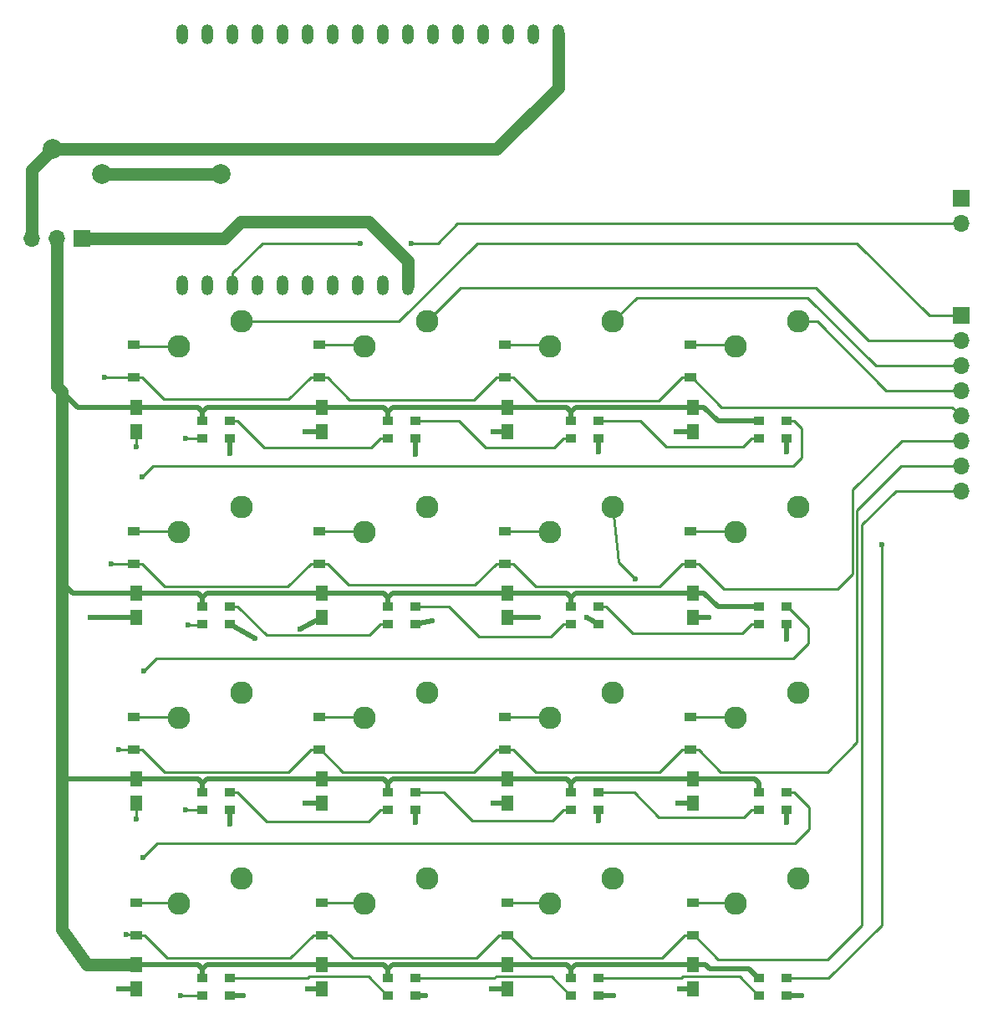
<source format=gtl>
G04 #@! TF.GenerationSoftware,KiCad,Pcbnew,(2017-12-24 revision 570866557)-makepkg*
G04 #@! TF.CreationDate,2017-12-27T22:40:15-07:00*
G04 #@! TF.ProjectId,KeyGridTest1,4B65794772696454657374312E6B6963,rev?*
G04 #@! TF.SameCoordinates,Original*
G04 #@! TF.FileFunction,Copper,L1,Top,Signal*
G04 #@! TF.FilePolarity,Positive*
%FSLAX46Y46*%
G04 Gerber Fmt 4.6, Leading zero omitted, Abs format (unit mm)*
G04 Created by KiCad (PCBNEW (2017-12-24 revision 570866557)-makepkg) date 12/27/17 22:40:15*
%MOMM*%
%LPD*%
G01*
G04 APERTURE LIST*
%ADD10O,1.200000X2.000000*%
%ADD11C,2.286000*%
%ADD12R,1.000000X0.850000*%
%ADD13R,1.250000X1.500000*%
%ADD14R,1.200000X0.900000*%
%ADD15R,1.700000X1.700000*%
%ADD16O,1.700000X1.700000*%
%ADD17C,1.998980*%
%ADD18C,2.000000*%
%ADD19C,0.600000*%
%ADD20C,1.270000*%
%ADD21C,0.508000*%
%ADD22C,0.254000*%
%ADD23C,0.250000*%
G04 APERTURE END LIST*
D10*
X114655600Y-45364400D03*
X114655600Y-70764400D03*
X117195600Y-45364400D03*
X117195600Y-70764400D03*
X119735600Y-45364400D03*
X119735600Y-70764400D03*
X122275600Y-45364400D03*
X122275600Y-70764400D03*
X124815600Y-45364400D03*
X124815600Y-70764400D03*
X127355600Y-45364400D03*
X127355600Y-70764400D03*
X129895600Y-45364400D03*
X129895600Y-70764400D03*
X132435600Y-45364400D03*
X132435600Y-70764400D03*
X134975600Y-45364400D03*
X134975600Y-70764400D03*
X137515600Y-45364400D03*
X137515600Y-70764400D03*
X140055600Y-45364400D03*
X142595600Y-45364400D03*
X145135600Y-45364400D03*
X147675600Y-45364400D03*
X150215600Y-45364400D03*
X152755600Y-45364400D03*
D11*
X158216600Y-130835400D03*
X151866600Y-133375400D03*
X177012600Y-130835400D03*
X170662600Y-133375400D03*
X120624600Y-130835400D03*
X114274600Y-133375400D03*
X139420600Y-130835400D03*
X133070600Y-133375400D03*
X158216600Y-93243400D03*
X151866600Y-95783400D03*
X158216600Y-112039400D03*
X151866600Y-114579400D03*
X177012600Y-112039400D03*
X170662600Y-114579400D03*
X177012600Y-93243400D03*
X170662600Y-95783400D03*
X139420600Y-112039400D03*
X133070600Y-114579400D03*
X139420600Y-93243400D03*
X133070600Y-95783400D03*
X120624600Y-93243400D03*
X114274600Y-95783400D03*
X120624600Y-112039400D03*
X114274600Y-114579400D03*
X120624600Y-74447400D03*
X114274600Y-76987400D03*
X139420600Y-74447400D03*
X133070600Y-76987400D03*
X158216600Y-74447400D03*
X151866600Y-76987400D03*
X177012600Y-74447400D03*
X170662600Y-76987400D03*
D12*
X156822600Y-140882400D03*
X156822600Y-142632400D03*
X154022600Y-142632400D03*
X154022600Y-140882400D03*
D13*
X147548600Y-139491400D03*
X147548600Y-141991400D03*
X166344600Y-139491400D03*
X166344600Y-141991400D03*
D14*
X147548600Y-136549400D03*
X147548600Y-133249400D03*
X166344600Y-136549400D03*
X166344600Y-133249400D03*
D12*
X175872600Y-140882400D03*
X175872600Y-142632400D03*
X173072600Y-142632400D03*
X173072600Y-140882400D03*
D13*
X128752600Y-139491400D03*
X128752600Y-141991400D03*
D14*
X109956600Y-136549400D03*
X109956600Y-133249400D03*
D13*
X109956600Y-139491400D03*
X109956600Y-141991400D03*
D12*
X119484600Y-140882400D03*
X119484600Y-142632400D03*
X116684600Y-142632400D03*
X116684600Y-140882400D03*
D14*
X128752600Y-136549400D03*
X128752600Y-133249400D03*
D12*
X138280600Y-140882400D03*
X138280600Y-142632400D03*
X135480600Y-142632400D03*
X135480600Y-140882400D03*
D14*
X166090600Y-117753400D03*
X166090600Y-114453400D03*
D12*
X156822600Y-103290400D03*
X156822600Y-105040400D03*
X154022600Y-105040400D03*
X154022600Y-103290400D03*
D14*
X147294600Y-117753400D03*
X147294600Y-114453400D03*
X147294600Y-98957400D03*
X147294600Y-95657400D03*
D12*
X156822600Y-122086400D03*
X156822600Y-123836400D03*
X154022600Y-123836400D03*
X154022600Y-122086400D03*
X175872600Y-103290400D03*
X175872600Y-105040400D03*
X173072600Y-105040400D03*
X173072600Y-103290400D03*
D14*
X166090600Y-98957400D03*
X166090600Y-95657400D03*
D12*
X175872600Y-122086400D03*
X175872600Y-123836400D03*
X173072600Y-123836400D03*
X173072600Y-122086400D03*
X119484600Y-122086400D03*
X119484600Y-123836400D03*
X116684600Y-123836400D03*
X116684600Y-122086400D03*
D13*
X128752600Y-120695400D03*
X128752600Y-123195400D03*
D14*
X128498600Y-117753400D03*
X128498600Y-114453400D03*
D12*
X138280600Y-122086400D03*
X138280600Y-123836400D03*
X135480600Y-123836400D03*
X135480600Y-122086400D03*
X119484600Y-103290400D03*
X119484600Y-105040400D03*
X116684600Y-105040400D03*
X116684600Y-103290400D03*
D14*
X128498600Y-98957400D03*
X128498600Y-95657400D03*
D13*
X128752600Y-101899400D03*
X128752600Y-104399400D03*
D12*
X138280600Y-103290400D03*
X138280600Y-105040400D03*
X135480600Y-105040400D03*
X135480600Y-103290400D03*
D13*
X147548600Y-101899400D03*
X147548600Y-104399400D03*
X166344600Y-101899400D03*
X166344600Y-104399400D03*
X166344600Y-120695400D03*
X166344600Y-123195400D03*
X147548600Y-120695400D03*
X147548600Y-123195400D03*
D14*
X109702600Y-98957400D03*
X109702600Y-95657400D03*
X109702600Y-117753400D03*
X109702600Y-114453400D03*
D13*
X109956600Y-101899400D03*
X109956600Y-104399400D03*
X109956600Y-120695400D03*
X109956600Y-123195400D03*
X109956600Y-83103400D03*
X109956600Y-85603400D03*
X128752600Y-83103400D03*
X128752600Y-85603400D03*
X147548600Y-83103400D03*
X147548600Y-85603400D03*
X166344600Y-83103400D03*
X166344600Y-85603400D03*
D14*
X109702600Y-80098199D03*
X109702600Y-76798199D03*
X128498600Y-80098199D03*
X128498600Y-76798199D03*
X147294600Y-80098199D03*
X147294600Y-76798199D03*
X166090600Y-80098199D03*
X166090600Y-76798199D03*
D15*
X104500000Y-66000000D03*
D16*
X101960000Y-66000000D03*
X99420000Y-66000000D03*
D12*
X119484600Y-84494400D03*
X119484600Y-86244400D03*
X116684600Y-86244400D03*
X116684600Y-84494400D03*
X138280600Y-84494400D03*
X138280600Y-86244400D03*
X135480600Y-86244400D03*
X135480600Y-84494400D03*
X156822600Y-84494400D03*
X156822600Y-86244400D03*
X154022600Y-86244400D03*
X154022600Y-84494400D03*
X175872600Y-84494400D03*
X175872600Y-86244400D03*
X173072600Y-86244400D03*
X173072600Y-84494400D03*
D17*
X118500000Y-59500000D03*
D16*
X193500000Y-91580000D03*
X193500000Y-89040000D03*
X193500000Y-86500000D03*
X193500000Y-83960000D03*
X193500000Y-81420000D03*
X193500000Y-78880000D03*
X193500000Y-76340000D03*
D15*
X193500000Y-73800000D03*
D16*
X193500000Y-64540000D03*
D15*
X193500000Y-62000000D03*
D18*
X101500000Y-57000000D03*
X106500000Y-59500000D03*
D19*
X150700000Y-104400000D03*
X139950000Y-104700000D03*
X126550000Y-105550000D03*
X122000000Y-106500000D03*
X105300000Y-104400000D03*
X167950000Y-104400000D03*
X155600000Y-104350000D03*
X109956600Y-124815600D03*
X109956600Y-87147400D03*
X177342800Y-142621000D03*
X165023800Y-141986000D03*
X158318200Y-142621000D03*
X145999200Y-141986000D03*
X139288600Y-142632400D03*
X127304800Y-141986000D03*
X120802400Y-142621000D03*
X108209400Y-141991400D03*
X119481600Y-125272800D03*
X127076200Y-123190000D03*
X138277600Y-125120400D03*
X146100800Y-123190000D03*
X156819600Y-124942600D03*
X164846000Y-123190000D03*
X175869600Y-125095000D03*
X175869600Y-106553000D03*
X175869600Y-87655400D03*
X164642800Y-85598000D03*
X156819600Y-87604600D03*
X146100800Y-85598000D03*
X138277600Y-87833200D03*
X127101600Y-85598000D03*
X119481600Y-87757000D03*
X106730800Y-80060800D03*
X107442000Y-98983800D03*
X108204000Y-117754400D03*
X108940600Y-136499600D03*
X137800000Y-66500000D03*
X132700000Y-66500000D03*
X115011200Y-86258400D03*
X115265200Y-105105200D03*
X110566200Y-90144600D03*
X115011200Y-123875800D03*
X110769400Y-109804200D03*
X114503200Y-142621000D03*
X110667800Y-128651000D03*
X185500000Y-97000000D03*
X160500000Y-100450000D03*
D20*
X101960000Y-66000000D02*
X101960000Y-81030400D01*
X101960000Y-81030400D02*
X102463600Y-81534000D01*
D21*
X167592600Y-139491400D02*
X168050600Y-139949400D01*
X166344600Y-139491400D02*
X167592600Y-139491400D01*
X168050600Y-139949400D02*
X172064600Y-139949400D01*
X172064600Y-139949400D02*
X172997600Y-140882400D01*
X172997600Y-140882400D02*
X173072600Y-140882400D01*
D20*
X102463600Y-120500000D02*
X102463600Y-136000000D01*
X102463600Y-100787200D02*
X102463600Y-120500000D01*
D21*
X109956600Y-120695400D02*
X102659000Y-120695400D01*
X102659000Y-120695400D02*
X102463600Y-120500000D01*
X168868600Y-103290400D02*
X172064600Y-103290400D01*
X172064600Y-103290400D02*
X173072600Y-103290400D01*
X167477600Y-101899400D02*
X168868600Y-103290400D01*
X166344600Y-101899400D02*
X167477600Y-101899400D01*
X168868600Y-84494400D02*
X172064600Y-84494400D01*
X166344600Y-83103400D02*
X167477600Y-83103400D01*
X167477600Y-83103400D02*
X168868600Y-84494400D01*
X172064600Y-84494400D02*
X173072600Y-84494400D01*
D20*
X105000000Y-139500000D02*
X109956600Y-139491400D01*
X102463600Y-136000000D02*
X105000000Y-139500000D01*
D21*
X154022600Y-84494400D02*
X154022600Y-83561400D01*
X165211600Y-83103400D02*
X166344600Y-83103400D01*
X154022600Y-83561400D02*
X154480600Y-83103400D01*
X154480600Y-83103400D02*
X165211600Y-83103400D01*
X147548600Y-83103400D02*
X153564600Y-83103400D01*
X153564600Y-83103400D02*
X154022600Y-83561400D01*
X135480600Y-84494400D02*
X135480600Y-83561400D01*
X135480600Y-83561400D02*
X135938600Y-83103400D01*
X135938600Y-83103400D02*
X146415600Y-83103400D01*
X146415600Y-83103400D02*
X147548600Y-83103400D01*
X128752600Y-83103400D02*
X135022600Y-83103400D01*
X135022600Y-83103400D02*
X135480600Y-83561400D01*
X116684600Y-84494400D02*
X116684600Y-83561400D01*
X116684600Y-83561400D02*
X117142600Y-83103400D01*
X117142600Y-83103400D02*
X127619600Y-83103400D01*
X127619600Y-83103400D02*
X128752600Y-83103400D01*
X109956600Y-83103400D02*
X116226600Y-83103400D01*
X116226600Y-83103400D02*
X116684600Y-83561400D01*
D20*
X102463600Y-81534000D02*
X102463600Y-100787200D01*
D21*
X102463600Y-81534000D02*
X104033000Y-83103400D01*
X104033000Y-83103400D02*
X109956600Y-83103400D01*
X154022600Y-103290400D02*
X154022600Y-102357400D01*
X154022600Y-102357400D02*
X154480600Y-101899400D01*
X154480600Y-101899400D02*
X165211600Y-101899400D01*
X165211600Y-101899400D02*
X166344600Y-101899400D01*
X147548600Y-101899400D02*
X153564600Y-101899400D01*
X153564600Y-101899400D02*
X154022600Y-102357400D01*
X135480600Y-103290400D02*
X135480600Y-102357400D01*
X135480600Y-102357400D02*
X135938600Y-101899400D01*
X135938600Y-101899400D02*
X146415600Y-101899400D01*
X146415600Y-101899400D02*
X147548600Y-101899400D01*
X128752600Y-101899400D02*
X135022600Y-101899400D01*
X135022600Y-101899400D02*
X135480600Y-102357400D01*
X116684600Y-103290400D02*
X116684600Y-102357400D01*
X116684600Y-102357400D02*
X117142600Y-101899400D01*
X117142600Y-101899400D02*
X127619600Y-101899400D01*
X127619600Y-101899400D02*
X128752600Y-101899400D01*
X109956600Y-101899400D02*
X116226600Y-101899400D01*
X116226600Y-101899400D02*
X116684600Y-102357400D01*
X102463600Y-100787200D02*
X103575800Y-101899400D01*
X103575800Y-101899400D02*
X109956600Y-101899400D01*
X166344600Y-120695400D02*
X172614600Y-120695400D01*
X172614600Y-120695400D02*
X173072600Y-121153400D01*
X173072600Y-121153400D02*
X173072600Y-122086400D01*
X154022600Y-122086400D02*
X154022600Y-121153400D01*
X154022600Y-121153400D02*
X154480600Y-120695400D01*
X154480600Y-120695400D02*
X165211600Y-120695400D01*
X165211600Y-120695400D02*
X166344600Y-120695400D01*
X147548600Y-120695400D02*
X153564600Y-120695400D01*
X153564600Y-120695400D02*
X154022600Y-121153400D01*
X135480600Y-122086400D02*
X135480600Y-121153400D01*
X135480600Y-121153400D02*
X135938600Y-120695400D01*
X135938600Y-120695400D02*
X146415600Y-120695400D01*
X146415600Y-120695400D02*
X147548600Y-120695400D01*
X128752600Y-120695400D02*
X135022600Y-120695400D01*
X135022600Y-120695400D02*
X135480600Y-121153400D01*
X116684600Y-122086400D02*
X116684600Y-121153400D01*
X116684600Y-121153400D02*
X117142600Y-120695400D01*
X117142600Y-120695400D02*
X127619600Y-120695400D01*
X127619600Y-120695400D02*
X128752600Y-120695400D01*
X109956600Y-120695400D02*
X116226600Y-120695400D01*
X116226600Y-120695400D02*
X116684600Y-121153400D01*
X154022600Y-140882400D02*
X154022600Y-139949400D01*
X154022600Y-139949400D02*
X154480600Y-139491400D01*
X154480600Y-139491400D02*
X165211600Y-139491400D01*
X165211600Y-139491400D02*
X166344600Y-139491400D01*
X147548600Y-139491400D02*
X153564600Y-139491400D01*
X153564600Y-139491400D02*
X154022600Y-139949400D01*
X135480600Y-140882400D02*
X135480600Y-139949400D01*
X135480600Y-139949400D02*
X135938600Y-139491400D01*
X146415600Y-139491400D02*
X147548600Y-139491400D01*
X135938600Y-139491400D02*
X146415600Y-139491400D01*
X128752600Y-139491400D02*
X135022600Y-139491400D01*
X135022600Y-139491400D02*
X135480600Y-139949400D01*
X116684600Y-140882400D02*
X116684600Y-139949400D01*
X116684600Y-139949400D02*
X117142600Y-139491400D01*
X117142600Y-139491400D02*
X127619600Y-139491400D01*
X127619600Y-139491400D02*
X128752600Y-139491400D01*
X109956600Y-139491400D02*
X116226600Y-139491400D01*
X116226600Y-139491400D02*
X116684600Y-139949400D01*
D20*
X106500000Y-59500000D02*
X118500000Y-59500000D01*
D21*
X147548600Y-104399400D02*
X150700000Y-104400000D01*
X138280600Y-105040400D02*
X139950000Y-104700000D01*
X128752600Y-104399400D02*
X126550000Y-105550000D01*
X119484600Y-105040400D02*
X122000000Y-106500000D01*
X109956600Y-104399400D02*
X105300000Y-104400000D01*
X166344600Y-104399400D02*
X167950000Y-104400000D01*
X156822600Y-105040400D02*
X155600000Y-104350000D01*
D22*
X109956600Y-123195400D02*
X109956600Y-124815600D01*
X109956600Y-85603400D02*
X109956600Y-87147400D01*
D21*
X175872600Y-142632400D02*
X177331400Y-142632400D01*
X177331400Y-142632400D02*
X177342800Y-142621000D01*
X166344600Y-141991400D02*
X165029200Y-141991400D01*
X165029200Y-141991400D02*
X165023800Y-141986000D01*
X156822600Y-142632400D02*
X158306800Y-142632400D01*
X158306800Y-142632400D02*
X158318200Y-142621000D01*
X147548600Y-141991400D02*
X146004600Y-141991400D01*
X146004600Y-141991400D02*
X145999200Y-141986000D01*
X139300000Y-142621000D02*
X139288600Y-142632400D01*
X138280600Y-142632400D02*
X139288600Y-142632400D01*
X127614200Y-141986000D02*
X127304800Y-141986000D01*
X128752600Y-141991400D02*
X127619600Y-141991400D01*
X127619600Y-141991400D02*
X127614200Y-141986000D01*
X120504000Y-142621000D02*
X120802400Y-142621000D01*
X119484600Y-142632400D02*
X120492600Y-142632400D01*
X120492600Y-142632400D02*
X120504000Y-142621000D01*
X109956600Y-141991400D02*
X108209400Y-141991400D01*
X119484600Y-123836400D02*
X119484600Y-125269800D01*
X119484600Y-125269800D02*
X119481600Y-125272800D01*
X128752600Y-123195400D02*
X127081600Y-123195400D01*
X127081600Y-123195400D02*
X127076200Y-123190000D01*
X138277600Y-124772400D02*
X138277600Y-125120400D01*
X138280600Y-123836400D02*
X138280600Y-124769400D01*
X138280600Y-124769400D02*
X138277600Y-124772400D01*
X147548600Y-123195400D02*
X146106200Y-123195400D01*
X146106200Y-123195400D02*
X146100800Y-123190000D01*
X156822600Y-123836400D02*
X156822600Y-124939600D01*
X156822600Y-124939600D02*
X156819600Y-124942600D01*
X165206200Y-123190000D02*
X164846000Y-123190000D01*
X166344600Y-123195400D02*
X165211600Y-123195400D01*
X165211600Y-123195400D02*
X165206200Y-123190000D01*
X175872600Y-123836400D02*
X175872600Y-125092000D01*
X175872600Y-125092000D02*
X175869600Y-125095000D01*
X175872600Y-105040400D02*
X175872600Y-106550000D01*
X175872600Y-106550000D02*
X175869600Y-106553000D01*
X175869600Y-87180400D02*
X175869600Y-87655400D01*
X175872600Y-86244400D02*
X175872600Y-87177400D01*
X175872600Y-87177400D02*
X175869600Y-87180400D01*
X166344600Y-85603400D02*
X164648200Y-85603400D01*
X164648200Y-85603400D02*
X164642800Y-85598000D01*
X156822600Y-86244400D02*
X156822600Y-87601600D01*
X156822600Y-87601600D02*
X156819600Y-87604600D01*
X147548600Y-85603400D02*
X146106200Y-85603400D01*
X146106200Y-85603400D02*
X146100800Y-85598000D01*
X138280600Y-86244400D02*
X138280600Y-87830200D01*
X138280600Y-87830200D02*
X138277600Y-87833200D01*
X128752600Y-85603400D02*
X127107000Y-85603400D01*
X127107000Y-85603400D02*
X127101600Y-85598000D01*
X119484600Y-86244400D02*
X119484600Y-87754000D01*
X119484600Y-87754000D02*
X119481600Y-87757000D01*
D22*
X166240600Y-80098199D02*
X169252402Y-83110001D01*
X166090600Y-80098199D02*
X166240600Y-80098199D01*
X169252402Y-83110001D02*
X192650001Y-83110001D01*
X192650001Y-83110001D02*
X193500000Y-83960000D01*
X106730800Y-80060800D02*
X109665201Y-80060800D01*
X109665201Y-80060800D02*
X109702600Y-80098199D01*
X150498801Y-82448400D02*
X162886399Y-82448400D01*
X162886399Y-82448400D02*
X165236600Y-80098199D01*
X165236600Y-80098199D02*
X166090600Y-80098199D01*
X147294600Y-80098199D02*
X148148600Y-80098199D01*
X148148600Y-80098199D02*
X150498801Y-82448400D01*
X131601201Y-82346800D02*
X144191999Y-82346800D01*
X144191999Y-82346800D02*
X146440600Y-80098199D01*
X146440600Y-80098199D02*
X147294600Y-80098199D01*
X128498600Y-80098199D02*
X129352600Y-80098199D01*
X129352600Y-80098199D02*
X131601201Y-82346800D01*
X112779801Y-82321400D02*
X125421399Y-82321400D01*
X125421399Y-82321400D02*
X127644600Y-80098199D01*
X127644600Y-80098199D02*
X128498600Y-80098199D01*
X109702600Y-80098199D02*
X110556600Y-80098199D01*
X110556600Y-80098199D02*
X112779801Y-82321400D01*
D23*
X128498600Y-80098199D02*
X128648600Y-80098199D01*
X109702600Y-80098199D02*
X109852600Y-80098199D01*
X114274600Y-76987400D02*
X109891801Y-76987400D01*
X109891801Y-76987400D02*
X109702600Y-76798199D01*
D22*
X182545989Y-91454011D02*
X187500000Y-86500000D01*
X166090600Y-98957400D02*
X166944600Y-98957400D01*
X166944600Y-98957400D02*
X169487200Y-101500000D01*
X169487200Y-101500000D02*
X181000000Y-101500000D01*
X181000000Y-101500000D02*
X182545989Y-99954011D01*
X192297919Y-86500000D02*
X193500000Y-86500000D01*
X187500000Y-86500000D02*
X192297919Y-86500000D01*
X182545989Y-99954011D02*
X182545989Y-91454011D01*
X107442000Y-98983800D02*
X109676200Y-98983800D01*
X109676200Y-98983800D02*
X109702600Y-98957400D01*
X150435600Y-101244400D02*
X162949600Y-101244400D01*
X162949600Y-101244400D02*
X165236600Y-98957400D01*
X165236600Y-98957400D02*
X166090600Y-98957400D01*
X147294600Y-98957400D02*
X148148600Y-98957400D01*
X148148600Y-98957400D02*
X150435600Y-101244400D01*
X131487200Y-101092000D02*
X144306000Y-101092000D01*
X144306000Y-101092000D02*
X146440600Y-98957400D01*
X146440600Y-98957400D02*
X147294600Y-98957400D01*
X128498600Y-98957400D02*
X129352600Y-98957400D01*
X129352600Y-98957400D02*
X131487200Y-101092000D01*
X112869000Y-101269800D02*
X125332200Y-101269800D01*
X125332200Y-101269800D02*
X127644600Y-98957400D01*
X127644600Y-98957400D02*
X128498600Y-98957400D01*
X109702600Y-98957400D02*
X110556600Y-98957400D01*
X110556600Y-98957400D02*
X112869000Y-101269800D01*
D23*
X109702600Y-95657400D02*
X114148600Y-95657400D01*
X114148600Y-95657400D02*
X114274600Y-95783400D01*
D22*
X169191200Y-120000000D02*
X166944600Y-117753400D01*
X180000000Y-120000000D02*
X169191200Y-120000000D01*
X183000000Y-117000000D02*
X180000000Y-120000000D01*
X183000000Y-93500000D02*
X183000000Y-117000000D01*
X193500000Y-89040000D02*
X187460000Y-89040000D01*
X187460000Y-89040000D02*
X183000000Y-93500000D01*
X166944600Y-117753400D02*
X166090600Y-117753400D01*
X108204000Y-117754400D02*
X109701600Y-117754400D01*
X109701600Y-117754400D02*
X109702600Y-117753400D01*
X150410200Y-120015000D02*
X162975000Y-120015000D01*
X162975000Y-120015000D02*
X165236600Y-117753400D01*
X165236600Y-117753400D02*
X166090600Y-117753400D01*
X147294600Y-117753400D02*
X148148600Y-117753400D01*
X148148600Y-117753400D02*
X150410200Y-120015000D01*
X130910200Y-120015000D02*
X144179000Y-120015000D01*
X144179000Y-120015000D02*
X146440600Y-117753400D01*
X146440600Y-117753400D02*
X147294600Y-117753400D01*
X128498600Y-117753400D02*
X128648600Y-117753400D01*
X128648600Y-117753400D02*
X130910200Y-120015000D01*
X112843600Y-120040400D02*
X125357600Y-120040400D01*
X125357600Y-120040400D02*
X127644600Y-117753400D01*
X127644600Y-117753400D02*
X128498600Y-117753400D01*
X109702600Y-117753400D02*
X110556600Y-117753400D01*
X110556600Y-117753400D02*
X112843600Y-120040400D01*
D23*
X109702600Y-114453400D02*
X114148600Y-114453400D01*
X114148600Y-114453400D02*
X114274600Y-114579400D01*
D22*
X183500000Y-135500000D02*
X180000000Y-139000000D01*
X168945200Y-139000000D02*
X180000000Y-139000000D01*
X166344600Y-136549400D02*
X166494600Y-136549400D01*
X166494600Y-136549400D02*
X168945200Y-139000000D01*
X183500000Y-95000000D02*
X183500000Y-135500000D01*
X186920000Y-91580000D02*
X183500000Y-95000000D01*
X193500000Y-91580000D02*
X186920000Y-91580000D01*
X108940600Y-136499600D02*
X109906800Y-136499600D01*
X109906800Y-136499600D02*
X109956600Y-136549400D01*
X149985600Y-138836400D02*
X163203600Y-138836400D01*
X163203600Y-138836400D02*
X165490600Y-136549400D01*
X165490600Y-136549400D02*
X166344600Y-136549400D01*
X147548600Y-136549400D02*
X147698600Y-136549400D01*
X147698600Y-136549400D02*
X149985600Y-138836400D01*
X131893600Y-138836400D02*
X144407600Y-138836400D01*
X144407600Y-138836400D02*
X146694600Y-136549400D01*
X146694600Y-136549400D02*
X147548600Y-136549400D01*
X128752600Y-136549400D02*
X129606600Y-136549400D01*
X129606600Y-136549400D02*
X131893600Y-138836400D01*
X113123000Y-138861800D02*
X125586200Y-138861800D01*
X125586200Y-138861800D02*
X127898600Y-136549400D01*
X127898600Y-136549400D02*
X128752600Y-136549400D01*
X109956600Y-136549400D02*
X110810600Y-136549400D01*
X110810600Y-136549400D02*
X113123000Y-138861800D01*
D23*
X109956600Y-133249400D02*
X114148600Y-133249400D01*
X114148600Y-133249400D02*
X114274600Y-133375400D01*
X128498600Y-76798199D02*
X132881399Y-76798199D01*
X132881399Y-76798199D02*
X133070600Y-76987400D01*
X128498600Y-95657400D02*
X132944600Y-95657400D01*
X132944600Y-95657400D02*
X133070600Y-95783400D01*
X128498600Y-114453400D02*
X132944600Y-114453400D01*
X132944600Y-114453400D02*
X133070600Y-114579400D01*
X128752600Y-133249400D02*
X132944600Y-133249400D01*
X132944600Y-133249400D02*
X133070600Y-133375400D01*
X147294600Y-76798199D02*
X151677399Y-76798199D01*
X151677399Y-76798199D02*
X151866600Y-76987400D01*
X147294600Y-95657400D02*
X151740600Y-95657400D01*
X151740600Y-95657400D02*
X151866600Y-95783400D01*
D22*
X147294600Y-114453400D02*
X151740600Y-114453400D01*
X151740600Y-114453400D02*
X151866600Y-114579400D01*
D23*
X147548600Y-133249400D02*
X151740600Y-133249400D01*
X151740600Y-133249400D02*
X151866600Y-133375400D01*
X166090600Y-76798199D02*
X170473399Y-76798199D01*
X170473399Y-76798199D02*
X170662600Y-76987400D01*
X166090600Y-95657400D02*
X170536600Y-95657400D01*
X170536600Y-95657400D02*
X170662600Y-95783400D01*
X166090600Y-114453400D02*
X170536600Y-114453400D01*
X170536600Y-114453400D02*
X170662600Y-114579400D01*
X166344600Y-133249400D02*
X170536600Y-133249400D01*
X170536600Y-133249400D02*
X170662600Y-133375400D01*
D22*
X119735600Y-69510400D02*
X122746000Y-66500000D01*
X119735600Y-70764400D02*
X119735600Y-69510400D01*
X122746000Y-66500000D02*
X132700000Y-66500000D01*
X140500000Y-66500000D02*
X142460000Y-64540000D01*
X137800000Y-66500000D02*
X140500000Y-66500000D01*
X142460000Y-64540000D02*
X193500000Y-64540000D01*
X115011200Y-86258400D02*
X116670600Y-86258400D01*
X116670600Y-86258400D02*
X116684600Y-86244400D01*
X122942400Y-87198200D02*
X133772800Y-87198200D01*
X133772800Y-87198200D02*
X134726600Y-86244400D01*
X134726600Y-86244400D02*
X135480600Y-86244400D01*
X119484600Y-84494400D02*
X120238600Y-84494400D01*
X120238600Y-84494400D02*
X122942400Y-87198200D01*
X115265200Y-105105200D02*
X116619800Y-105105200D01*
X116619800Y-105105200D02*
X116684600Y-105040400D01*
X111633000Y-89077800D02*
X110566200Y-90144600D01*
X176504600Y-89077800D02*
X111633000Y-89077800D01*
X177342800Y-88239600D02*
X176504600Y-89077800D01*
X177342800Y-87110162D02*
X177342800Y-88239600D01*
X177342800Y-85210600D02*
X177342800Y-87110162D01*
X175872600Y-84494400D02*
X176626600Y-84494400D01*
X176626600Y-84494400D02*
X177342800Y-85210600D01*
X123145600Y-106197400D02*
X133569600Y-106197400D01*
X133569600Y-106197400D02*
X134726600Y-105040400D01*
X134726600Y-105040400D02*
X135480600Y-105040400D01*
X119484600Y-103290400D02*
X120238600Y-103290400D01*
X120238600Y-103290400D02*
X123145600Y-106197400D01*
X115011200Y-123875800D02*
X116645200Y-123875800D01*
X116645200Y-123875800D02*
X116684600Y-123836400D01*
X112014000Y-108559600D02*
X110769400Y-109804200D01*
X176504600Y-108559600D02*
X112014000Y-108559600D01*
X178028600Y-107035600D02*
X176504600Y-108559600D01*
X178028600Y-105371400D02*
X178028600Y-107035600D01*
X175872600Y-103290400D02*
X175947600Y-103290400D01*
X175947600Y-103290400D02*
X178028600Y-105371400D01*
X123196400Y-125044200D02*
X133518800Y-125044200D01*
X133518800Y-125044200D02*
X134726600Y-123836400D01*
X134726600Y-123836400D02*
X135480600Y-123836400D01*
X119484600Y-122086400D02*
X120238600Y-122086400D01*
X120238600Y-122086400D02*
X123196400Y-125044200D01*
X114503200Y-142621000D02*
X116673200Y-142621000D01*
X116673200Y-142621000D02*
X116684600Y-142632400D01*
X112115600Y-127203200D02*
X110667800Y-128651000D01*
X176733200Y-127203200D02*
X112115600Y-127203200D01*
X178155600Y-125780800D02*
X176733200Y-127203200D01*
X178155600Y-123615400D02*
X178155600Y-125780800D01*
X175872600Y-122086400D02*
X176626600Y-122086400D01*
X176626600Y-122086400D02*
X178155600Y-123615400D01*
X127482600Y-140741400D02*
X133514600Y-140741400D01*
X133514600Y-140741400D02*
X135405600Y-142632400D01*
X135405600Y-142632400D02*
X135480600Y-142632400D01*
X127341600Y-140882400D02*
X127482600Y-140741400D01*
X119484600Y-140882400D02*
X127341600Y-140882400D01*
X145338800Y-87198200D02*
X152314800Y-87198200D01*
X152314800Y-87198200D02*
X153268600Y-86244400D01*
X153268600Y-86244400D02*
X154022600Y-86244400D01*
X142635000Y-84494400D02*
X145338800Y-87198200D01*
X138280600Y-84494400D02*
X142635000Y-84494400D01*
X144653000Y-106324400D02*
X151984600Y-106324400D01*
X153268600Y-105040400D02*
X154022600Y-105040400D01*
X151984600Y-106324400D02*
X153268600Y-105040400D01*
X141619000Y-103290400D02*
X144653000Y-106324400D01*
X138280600Y-103290400D02*
X141619000Y-103290400D01*
X143992600Y-124942600D02*
X152162400Y-124942600D01*
X152162400Y-124942600D02*
X153268600Y-123836400D01*
X153268600Y-123836400D02*
X154022600Y-123836400D01*
X141136400Y-122086400D02*
X143992600Y-124942600D01*
X138280600Y-122086400D02*
X141136400Y-122086400D01*
X146405600Y-140741400D02*
X152056600Y-140741400D01*
X153947600Y-142632400D02*
X154022600Y-142632400D01*
X152056600Y-140741400D02*
X153947600Y-142632400D01*
X146264600Y-140882400D02*
X146405600Y-140741400D01*
X138280600Y-140882400D02*
X146264600Y-140882400D01*
X163677600Y-87122000D02*
X171441000Y-87122000D01*
X172318600Y-86244400D02*
X173072600Y-86244400D01*
X171441000Y-87122000D02*
X172318600Y-86244400D01*
X161061400Y-84505800D02*
X163677600Y-87122000D01*
X157588000Y-84505800D02*
X161061400Y-84505800D01*
X156822600Y-84494400D02*
X157576600Y-84494400D01*
X157576600Y-84494400D02*
X157588000Y-84505800D01*
X160280400Y-105994200D02*
X171364800Y-105994200D01*
X171364800Y-105994200D02*
X172318600Y-105040400D01*
X172318600Y-105040400D02*
X173072600Y-105040400D01*
X156822600Y-103290400D02*
X157576600Y-103290400D01*
X157576600Y-103290400D02*
X160280400Y-105994200D01*
X162915600Y-124587000D02*
X171568000Y-124587000D01*
X171568000Y-124587000D02*
X172318600Y-123836400D01*
X172318600Y-123836400D02*
X173072600Y-123836400D01*
X160415000Y-122086400D02*
X162915600Y-124587000D01*
X156822600Y-122086400D02*
X160415000Y-122086400D01*
X165328600Y-140741400D02*
X171106600Y-140741400D01*
X171106600Y-140741400D02*
X172997600Y-142632400D01*
X172997600Y-142632400D02*
X173072600Y-142632400D01*
X165187600Y-140882400D02*
X165328600Y-140741400D01*
X156822600Y-140882400D02*
X165187600Y-140882400D01*
X185500000Y-135500000D02*
X185500000Y-97000000D01*
X180117600Y-140882400D02*
X185500000Y-135500000D01*
X175872600Y-140882400D02*
X180117600Y-140882400D01*
D20*
X99420000Y-66000000D02*
X99420000Y-59080000D01*
X99420000Y-59080000D02*
X101500000Y-57000000D01*
X152755600Y-50744400D02*
X146500000Y-57000000D01*
X146500000Y-57000000D02*
X101500000Y-57000000D01*
X152755600Y-45364400D02*
X152755600Y-50744400D01*
D21*
X152755600Y-45364400D02*
X152755600Y-45764400D01*
D20*
X133501076Y-64300000D02*
X137515600Y-68314524D01*
X137515600Y-68314524D02*
X137515600Y-70764400D01*
X120600000Y-64300000D02*
X133501076Y-64300000D01*
X118900000Y-66000000D02*
X120600000Y-64300000D01*
X104500000Y-66000000D02*
X118900000Y-66000000D01*
X137515600Y-70364400D02*
X137515600Y-70764400D01*
D22*
X136552600Y-74447400D02*
X144500000Y-66500000D01*
X120624600Y-74447400D02*
X136552600Y-74447400D01*
X144500000Y-66500000D02*
X183000000Y-66500000D01*
X183000000Y-66500000D02*
X190300000Y-73800000D01*
X190300000Y-73800000D02*
X193500000Y-73800000D01*
X178820000Y-71000000D02*
X142868000Y-71000000D01*
X142868000Y-71000000D02*
X139420600Y-74447400D01*
X184160000Y-76340000D02*
X178820000Y-71000000D01*
X193500000Y-76340000D02*
X184160000Y-76340000D01*
X184880000Y-78880000D02*
X178000000Y-72000000D01*
X193500000Y-78880000D02*
X184880000Y-78880000D01*
X178000000Y-72000000D02*
X160664000Y-72000000D01*
X160664000Y-72000000D02*
X158216600Y-74447400D01*
D23*
X158850000Y-98800000D02*
X158216600Y-93243400D01*
X160500000Y-100450000D02*
X158850000Y-98800000D01*
D22*
X178947400Y-74447400D02*
X185920000Y-81420000D01*
X185920000Y-81420000D02*
X193500000Y-81420000D01*
X177012600Y-74447400D02*
X178947400Y-74447400D01*
M02*

</source>
